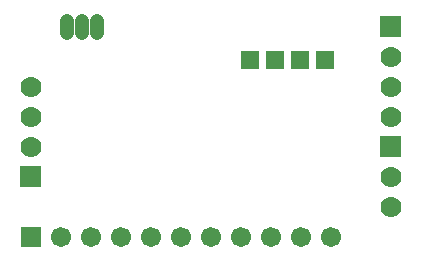
<source format=gts>
G04 Layer: TopSolderMaskLayer*
G04 EasyEDA v6.1.33, Mon, 29 Apr 2019 08:20:16 GMT*
G04 411861b6da474a0787508d96397a8606,b00fa10de7d64fab8ce431aff4cbea96,10*
G04 Gerber Generator version 0.2*
G04 Scale: 100 percent, Rotated: No, Reflected: No *
G04 Dimensions in inches *
G04 leading zeros omitted , absolute positions ,2 integer and 4 decimal *
%FSLAX24Y24*%
%MOIN*%
G90*
G70D02*

%ADD34C,0.047370*%
%ADD35C,0.070000*%
%ADD37C,0.067000*%
%ADD38R,0.067000X0.067000*%
%ADD39R,0.063118X0.063118*%

%LPD*%
G54D34*
G01X2800Y7796D02*
G01X2800Y7403D01*
G01X2300Y7796D02*
G01X2300Y7403D01*
G01X1800Y7796D02*
G01X1800Y7403D01*
G54D35*
G01X12600Y1600D03*
G01X12600Y2600D03*
G36*
G01X12250Y3250D02*
G01X12250Y3950D01*
G01X12950Y3950D01*
G01X12950Y3250D01*
G01X12250Y3250D01*
G37*
G36*
G01X12250Y7250D02*
G01X12250Y7950D01*
G01X12950Y7950D01*
G01X12950Y7250D01*
G01X12250Y7250D01*
G37*
G01X12600Y6600D03*
G01X12600Y5600D03*
G01X12600Y4600D03*
G54D37*
G01X10600Y600D03*
G01X9600Y600D03*
G01X8600Y600D03*
G01X7600Y600D03*
G01X6600Y600D03*
G01X5600Y600D03*
G01X4600Y600D03*
G01X3600Y600D03*
G01X2600Y600D03*
G01X1600Y600D03*
G54D38*
G01X600Y600D03*
G36*
G01X250Y2250D02*
G01X250Y2950D01*
G01X950Y2950D01*
G01X950Y2250D01*
G01X250Y2250D01*
G37*
G54D35*
G01X600Y3600D03*
G01X600Y4600D03*
G01X600Y5600D03*
G54D39*
G01X9580Y6500D03*
G01X8739Y6500D03*
G01X7900Y6500D03*
G01X10419Y6500D03*
M00*
M02*

</source>
